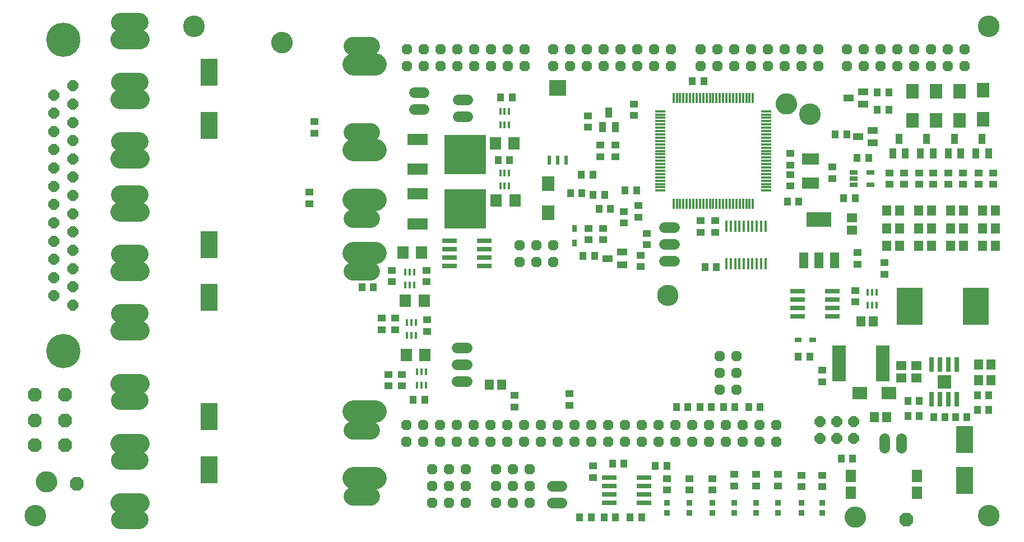
<source format=gts>
G75*
G70*
%OFA0B0*%
%FSLAX24Y24*%
%IPPOS*%
%LPD*%
%AMOC8*
5,1,8,0,0,1.08239X$1,22.5*
%
%ADD10C,0.1290*%
%ADD11R,0.0591X0.0434*%
%ADD12R,0.0473X0.0434*%
%ADD13R,0.0434X0.0473*%
%ADD14R,0.1221X0.0670*%
%ADD15R,0.2481X0.2323*%
%ADD16R,0.0178X0.0394*%
%ADD17R,0.0749X0.0867*%
%ADD18R,0.0906X0.0276*%
%ADD19R,0.0276X0.0434*%
%ADD20R,0.0434X0.0276*%
%ADD21R,0.0638X0.0741*%
%ADD22R,0.0552X0.0631*%
%ADD23R,0.0434X0.0591*%
%ADD24R,0.0240X0.0540*%
%ADD25R,0.1040X0.0940*%
%ADD26R,0.0520X0.0920*%
%ADD27R,0.1457X0.0906*%
%ADD28R,0.0631X0.0552*%
%ADD29OC8,0.0631*%
%ADD30C,0.0631*%
%ADD31R,0.0158X0.0670*%
%ADD32R,0.0827X0.2127*%
%ADD33R,0.0158X0.0631*%
%ADD34R,0.0631X0.0158*%
%ADD35C,0.1339*%
%ADD36C,0.1182*%
%ADD37C,0.1103*%
%ADD38C,0.1142*%
%ADD39R,0.0355X0.0355*%
%ADD40OC8,0.0640*%
%ADD41C,0.2040*%
%ADD42R,0.0670X0.0750*%
%ADD43OC8,0.0650*%
%ADD44R,0.0985X0.0709*%
%ADD45OC8,0.0827*%
%ADD46C,0.0860*%
%ADD47C,0.0440*%
%ADD48R,0.1024X0.1615*%
%ADD49R,0.0276X0.0906*%
%ADD50R,0.0840X0.0840*%
%ADD51R,0.0867X0.0749*%
%ADD52R,0.1556X0.2205*%
%ADD53R,0.0512X0.0257*%
D10*
X001360Y001480D03*
X047430Y025400D03*
X058050Y030610D03*
X010810Y030610D03*
X058050Y001480D03*
D11*
X036263Y016426D03*
X036263Y017174D03*
X035397Y016800D03*
X050297Y024050D03*
X051163Y023676D03*
X051163Y024424D03*
X050613Y025976D03*
X050613Y026724D03*
X049747Y026350D03*
D12*
X046280Y023035D03*
X046280Y022365D03*
X046280Y021785D03*
X046280Y021115D03*
X048780Y021565D03*
X048780Y022235D03*
X052180Y021885D03*
X052180Y021215D03*
X053030Y021215D03*
X053930Y021215D03*
X053930Y021885D03*
X053030Y021885D03*
X054780Y021885D03*
X055680Y021885D03*
X055680Y021215D03*
X054780Y021215D03*
X056530Y021215D03*
X057480Y021215D03*
X057480Y021885D03*
X056530Y021885D03*
X058330Y021885D03*
X058330Y021215D03*
X050280Y017135D03*
X050280Y016465D03*
X051880Y016535D03*
X051880Y015865D03*
X050130Y014885D03*
X050130Y014215D03*
X048180Y010135D03*
X048180Y009465D03*
X048180Y003885D03*
X048180Y003215D03*
X046930Y003215D03*
X046930Y003885D03*
X045530Y003935D03*
X045530Y003265D03*
X044230Y003265D03*
X044230Y003935D03*
X042930Y003935D03*
X042930Y003265D03*
X041630Y003015D03*
X041630Y003685D03*
X040280Y003685D03*
X040280Y003015D03*
X038930Y003015D03*
X038930Y003685D03*
X034530Y003765D03*
X034530Y004435D03*
X029880Y007965D03*
X029880Y008635D03*
X033130Y008735D03*
X033130Y008065D03*
X024680Y012465D03*
X024680Y013135D03*
X022780Y013235D03*
X022780Y012565D03*
X021980Y012565D03*
X021980Y013235D03*
X022580Y015415D03*
X022580Y016085D03*
X024630Y016085D03*
X024630Y015415D03*
X017680Y020065D03*
X017680Y020735D03*
X017980Y024265D03*
X017980Y024935D03*
X034230Y024615D03*
X034230Y025285D03*
X034980Y023535D03*
X034980Y022865D03*
X035880Y022865D03*
X035880Y023535D03*
X036980Y025315D03*
X036980Y025985D03*
X037230Y019935D03*
X036380Y019585D03*
X037230Y019265D03*
X036380Y018915D03*
X035130Y018585D03*
X034280Y018585D03*
X034280Y017915D03*
X035130Y017915D03*
X037380Y016985D03*
X037730Y017615D03*
X037730Y018285D03*
X040930Y018365D03*
X040930Y019035D03*
X041805Y019035D03*
X041805Y018365D03*
X037380Y016315D03*
X023180Y009885D03*
X023180Y009215D03*
X022380Y009215D03*
X022380Y009885D03*
D13*
X023845Y008400D03*
X024515Y008400D03*
X035695Y004600D03*
X036365Y004600D03*
X038245Y004450D03*
X038915Y004450D03*
X037415Y001400D03*
X036745Y001400D03*
X035865Y001400D03*
X035195Y001400D03*
X034415Y001400D03*
X033745Y001400D03*
X039495Y007950D03*
X040165Y007950D03*
X040895Y007950D03*
X041565Y007950D03*
X042295Y007950D03*
X042965Y007950D03*
X043795Y007950D03*
X044465Y007950D03*
X049295Y004900D03*
X049965Y004900D03*
X053270Y007425D03*
X053940Y007425D03*
X054795Y007350D03*
X055465Y007350D03*
X056095Y007350D03*
X056765Y007350D03*
X057395Y007800D03*
X058065Y007800D03*
X058065Y008650D03*
X057395Y008650D03*
X053940Y008325D03*
X053270Y008325D03*
X047415Y010950D03*
X046745Y010950D03*
X041865Y016300D03*
X041195Y016300D03*
X035565Y019750D03*
X034895Y019750D03*
X035215Y020600D03*
X034545Y020600D03*
X033865Y020700D03*
X033195Y020700D03*
X033845Y021800D03*
X034515Y021800D03*
X036445Y020850D03*
X037115Y020850D03*
X034615Y016950D03*
X033945Y016950D03*
X029565Y022650D03*
X028895Y022650D03*
X029045Y026400D03*
X029715Y026400D03*
X040445Y027350D03*
X041115Y027350D03*
X048945Y024200D03*
X049615Y024200D03*
X050245Y022800D03*
X050915Y022800D03*
X050115Y020400D03*
X049445Y020400D03*
X046765Y020200D03*
X046095Y020200D03*
X051445Y025650D03*
X052115Y025650D03*
X052115Y026700D03*
X051445Y026700D03*
X021465Y015100D03*
X020795Y015100D03*
D14*
X024089Y018852D03*
X024089Y020648D03*
X024089Y022102D03*
X024089Y023898D03*
D15*
X026916Y023000D03*
X026916Y019750D03*
D16*
X029024Y021106D03*
X029280Y021106D03*
X029536Y021106D03*
X029536Y021894D03*
X029280Y021894D03*
X029024Y021894D03*
X029024Y024756D03*
X029280Y024756D03*
X029536Y024756D03*
X029536Y025544D03*
X029280Y025544D03*
X029024Y025544D03*
X023886Y015994D03*
X023630Y015994D03*
X023374Y015994D03*
X023374Y015206D03*
X023630Y015206D03*
X023886Y015206D03*
X023986Y012994D03*
X023730Y012994D03*
X023474Y012994D03*
X023474Y012206D03*
X023730Y012206D03*
X023986Y012206D03*
X024074Y010044D03*
X024330Y010044D03*
X024586Y010044D03*
X024586Y009256D03*
X024330Y009256D03*
X024074Y009256D03*
X050874Y014006D03*
X051130Y014006D03*
X051386Y014006D03*
X051386Y014794D03*
X051130Y014794D03*
X050874Y014794D03*
D17*
X053530Y025034D03*
X054930Y025034D03*
X056330Y025034D03*
X057730Y025084D03*
X057730Y026816D03*
X056330Y026766D03*
X054930Y026766D03*
X053530Y026766D03*
X031880Y021266D03*
X031880Y019534D03*
D18*
X028054Y017850D03*
X028054Y017350D03*
X028054Y016850D03*
X028054Y016350D03*
X026006Y016350D03*
X026006Y016850D03*
X026006Y017350D03*
X026006Y017850D03*
X046706Y014850D03*
X046706Y014350D03*
X046706Y013850D03*
X046706Y013350D03*
X048754Y013350D03*
X048754Y013850D03*
X048754Y014350D03*
X048754Y014850D03*
X037554Y003750D03*
X037554Y003250D03*
X037554Y002750D03*
X037554Y002250D03*
X035506Y002250D03*
X035506Y002750D03*
X035506Y003250D03*
X035506Y003750D03*
D19*
X033430Y017717D03*
X033430Y018583D03*
D20*
X046747Y011950D03*
X047613Y011950D03*
D21*
X049850Y003850D03*
X049850Y002850D03*
X053810Y002850D03*
X053810Y003850D03*
D22*
X052004Y007350D03*
X051256Y007350D03*
X057456Y009550D03*
X058204Y009550D03*
X058204Y010500D03*
X057456Y010500D03*
X051204Y013050D03*
X050456Y013050D03*
X052006Y017550D03*
X052754Y017550D03*
X053906Y017550D03*
X054654Y017550D03*
X055806Y017550D03*
X056554Y017550D03*
X057706Y017550D03*
X058454Y017550D03*
X058454Y018600D03*
X057706Y018600D03*
X056554Y018600D03*
X055806Y018600D03*
X054654Y018600D03*
X053906Y018600D03*
X052754Y018600D03*
X052006Y018600D03*
X052006Y019650D03*
X052754Y019650D03*
X053906Y019650D03*
X054654Y019650D03*
X055806Y019650D03*
X056554Y019650D03*
X057706Y019650D03*
X058454Y019650D03*
X029104Y009300D03*
X028356Y009300D03*
D23*
X052356Y023067D03*
X053104Y023067D03*
X054006Y023067D03*
X054754Y023067D03*
X055656Y023067D03*
X056404Y023067D03*
X057306Y023067D03*
X058054Y023067D03*
X057680Y023933D03*
X056030Y023933D03*
X054380Y023933D03*
X052730Y023933D03*
X035854Y024617D03*
X035106Y024617D03*
X035480Y025483D03*
D24*
X032930Y022650D03*
X032430Y022650D03*
X031930Y022650D03*
D25*
X032430Y026950D03*
D26*
X047070Y016680D03*
X047980Y016680D03*
X048890Y016680D03*
D27*
X047980Y019120D03*
D28*
X049930Y019224D03*
X049930Y018476D03*
X052880Y010424D03*
X053780Y010424D03*
X053780Y009676D03*
X052880Y009676D03*
D29*
X045430Y006900D03*
X044430Y006900D03*
X043430Y006900D03*
X042430Y006900D03*
X041430Y006900D03*
X040430Y006900D03*
X039430Y006900D03*
X038430Y006900D03*
X037430Y006900D03*
X036430Y006900D03*
X035430Y006900D03*
X034430Y006900D03*
X033430Y006900D03*
X032430Y006900D03*
X031430Y006900D03*
X030430Y006900D03*
X029430Y006900D03*
X028430Y006900D03*
X027430Y006900D03*
X026430Y006900D03*
X025430Y006900D03*
X024430Y006900D03*
X023430Y006900D03*
X023430Y005900D03*
X024430Y005900D03*
X025430Y005900D03*
X026430Y005900D03*
X027430Y005900D03*
X028430Y005900D03*
X029430Y005900D03*
X030430Y005900D03*
X031430Y005900D03*
X032430Y005900D03*
X033430Y005900D03*
X034430Y005900D03*
X035430Y005900D03*
X036430Y005900D03*
X037430Y005900D03*
X038430Y005900D03*
X039430Y005900D03*
X040430Y005900D03*
X041430Y005900D03*
X042430Y005900D03*
X043430Y005900D03*
X044430Y005900D03*
X045430Y005900D03*
X043080Y009000D03*
X042080Y009000D03*
X042080Y010000D03*
X043080Y010000D03*
X043080Y011000D03*
X042080Y011000D03*
X032180Y016600D03*
X031180Y016600D03*
X030180Y016600D03*
X030180Y017600D03*
X031180Y017600D03*
X032180Y017600D03*
X032180Y028250D03*
X033180Y028250D03*
X034180Y028250D03*
X035180Y028250D03*
X036180Y028250D03*
X037180Y028250D03*
X038180Y028250D03*
X039180Y028250D03*
X039180Y029250D03*
X038180Y029250D03*
X037180Y029250D03*
X036180Y029250D03*
X035180Y029250D03*
X034180Y029250D03*
X033180Y029250D03*
X032180Y029250D03*
X030480Y029250D03*
X029480Y029250D03*
X028480Y029250D03*
X027480Y029250D03*
X026480Y029250D03*
X025480Y029250D03*
X024480Y029250D03*
X023480Y029250D03*
X023480Y028250D03*
X024480Y028250D03*
X025480Y028250D03*
X026480Y028250D03*
X027480Y028250D03*
X028480Y028250D03*
X029480Y028250D03*
X030480Y028250D03*
X040930Y028250D03*
X041930Y028250D03*
X042930Y028250D03*
X043930Y028250D03*
X044930Y028250D03*
X045930Y028250D03*
X046930Y028250D03*
X047930Y028250D03*
X047930Y029250D03*
X046930Y029250D03*
X045930Y029250D03*
X044930Y029250D03*
X043930Y029250D03*
X042930Y029250D03*
X041930Y029250D03*
X040930Y029250D03*
X049630Y029250D03*
X050630Y029250D03*
X051630Y029250D03*
X052630Y029250D03*
X053630Y029250D03*
X054630Y029250D03*
X055630Y029250D03*
X056630Y029250D03*
X056630Y028250D03*
X055630Y028250D03*
X054630Y028250D03*
X053630Y028250D03*
X052630Y028250D03*
X051630Y028250D03*
X050630Y028250D03*
X049630Y028250D03*
X030780Y004250D03*
X029780Y004250D03*
X028780Y004250D03*
X028780Y003250D03*
X029780Y003250D03*
X030780Y003250D03*
X030780Y002250D03*
X029780Y002250D03*
X028780Y002250D03*
X026980Y002250D03*
X025980Y002250D03*
X024980Y002250D03*
X024980Y003250D03*
X025980Y003250D03*
X026980Y003250D03*
X026980Y004250D03*
X025980Y004250D03*
X024980Y004250D03*
D30*
X032085Y003250D02*
X032675Y003250D01*
X032675Y002250D02*
X032085Y002250D01*
X027025Y009480D02*
X026435Y009480D01*
X026435Y010480D02*
X027025Y010480D01*
X027025Y011480D02*
X026435Y011480D01*
X038775Y016660D02*
X039365Y016660D01*
X039365Y017660D02*
X038775Y017660D01*
X038775Y018660D02*
X039365Y018660D01*
X027075Y025250D02*
X026485Y025250D01*
X026485Y026250D02*
X027075Y026250D01*
X024475Y026700D02*
X023885Y026700D01*
X023885Y025700D02*
X024475Y025700D01*
X051880Y006095D02*
X051880Y005505D01*
X052880Y005505D02*
X052880Y006095D01*
D31*
X044782Y016498D03*
X044526Y016498D03*
X044270Y016498D03*
X044014Y016498D03*
X043758Y016498D03*
X043502Y016498D03*
X043246Y016498D03*
X042990Y016498D03*
X042734Y016498D03*
X042478Y016498D03*
X042478Y018702D03*
X042734Y018702D03*
X042990Y018702D03*
X043246Y018702D03*
X043502Y018702D03*
X043758Y018702D03*
X044014Y018702D03*
X044270Y018702D03*
X044526Y018702D03*
X044782Y018702D03*
D32*
X049181Y010550D03*
X051779Y010550D03*
D33*
X044042Y020050D03*
X043845Y020050D03*
X043649Y020050D03*
X043452Y020050D03*
X043255Y020050D03*
X043058Y020050D03*
X042861Y020050D03*
X042664Y020050D03*
X042467Y020050D03*
X042271Y020050D03*
X042074Y020050D03*
X041877Y020050D03*
X041680Y020050D03*
X041483Y020050D03*
X041286Y020050D03*
X041089Y020050D03*
X040893Y020050D03*
X040696Y020050D03*
X040499Y020050D03*
X040302Y020050D03*
X040105Y020050D03*
X039908Y020050D03*
X039711Y020050D03*
X039515Y020050D03*
X039318Y020050D03*
X039318Y026350D03*
X039515Y026350D03*
X039711Y026350D03*
X039908Y026350D03*
X040105Y026350D03*
X040302Y026350D03*
X040499Y026350D03*
X040696Y026350D03*
X040893Y026350D03*
X041089Y026350D03*
X041286Y026350D03*
X041483Y026350D03*
X041680Y026350D03*
X041877Y026350D03*
X042074Y026350D03*
X042271Y026350D03*
X042467Y026350D03*
X042664Y026350D03*
X042861Y026350D03*
X043058Y026350D03*
X043255Y026350D03*
X043452Y026350D03*
X043649Y026350D03*
X043845Y026350D03*
X044042Y026350D03*
D34*
X044830Y025562D03*
X044830Y025365D03*
X044830Y025169D03*
X044830Y024972D03*
X044830Y024775D03*
X044830Y024578D03*
X044830Y024381D03*
X044830Y024184D03*
X044830Y023987D03*
X044830Y023791D03*
X044830Y023594D03*
X044830Y023397D03*
X044830Y023200D03*
X044830Y023003D03*
X044830Y022806D03*
X044830Y022609D03*
X044830Y022413D03*
X044830Y022216D03*
X044830Y022019D03*
X044830Y021822D03*
X044830Y021625D03*
X044830Y021428D03*
X044830Y021231D03*
X044830Y021035D03*
X044830Y020838D03*
X038530Y020838D03*
X038530Y021035D03*
X038530Y021231D03*
X038530Y021428D03*
X038530Y021625D03*
X038530Y021822D03*
X038530Y022019D03*
X038530Y022216D03*
X038530Y022413D03*
X038530Y022609D03*
X038530Y022806D03*
X038530Y023003D03*
X038530Y023200D03*
X038530Y023397D03*
X038530Y023594D03*
X038530Y023791D03*
X038530Y023987D03*
X038530Y024184D03*
X038530Y024381D03*
X038530Y024578D03*
X038530Y024775D03*
X038530Y024972D03*
X038530Y025169D03*
X038530Y025365D03*
X038530Y025562D03*
D35*
X021606Y023249D02*
X020307Y023249D01*
X020307Y020282D02*
X021606Y020282D01*
X021606Y017133D02*
X020307Y017133D01*
X020307Y007670D02*
X021606Y007670D01*
X021606Y003733D02*
X020307Y003733D01*
X020307Y028367D02*
X021606Y028367D01*
D36*
X007551Y029843D02*
X006409Y029843D01*
X006409Y026300D02*
X007551Y026300D01*
X007551Y022757D02*
X006409Y022757D01*
X006409Y019593D02*
X007551Y019593D01*
X007551Y016050D02*
X006409Y016050D01*
X006409Y012507D02*
X007551Y012507D01*
X007551Y009343D02*
X006409Y009343D01*
X006409Y005800D02*
X007551Y005800D01*
X007551Y002257D02*
X006409Y002257D01*
D37*
X020228Y002650D02*
X021291Y002650D01*
X021291Y006587D02*
X020228Y006587D01*
X020228Y016050D02*
X021291Y016050D01*
X021291Y019200D02*
X020228Y019200D01*
X020228Y024331D02*
X021291Y024331D01*
X021291Y029450D02*
X020228Y029450D01*
D38*
X007531Y030843D02*
X006429Y030843D01*
X006429Y027300D02*
X007531Y027300D01*
X007531Y023757D02*
X006429Y023757D01*
X006429Y020593D02*
X007531Y020593D01*
X007531Y017050D02*
X006429Y017050D01*
X006429Y013507D02*
X007531Y013507D01*
X007531Y008343D02*
X006429Y008343D01*
X006429Y004800D02*
X007531Y004800D01*
X007531Y001257D02*
X006429Y001257D01*
D39*
X038930Y001655D03*
X038930Y002245D03*
X040280Y002245D03*
X040280Y001655D03*
X041630Y001655D03*
X041630Y002245D03*
X042930Y002245D03*
X042930Y001655D03*
X044230Y001655D03*
X044230Y002245D03*
X045530Y002245D03*
X045530Y001655D03*
X046930Y001655D03*
X046930Y002245D03*
X048180Y002245D03*
X048180Y001655D03*
D40*
X003590Y014030D03*
X002470Y014570D03*
X003590Y015120D03*
X002470Y015660D03*
X003590Y016200D03*
X002470Y016750D03*
X003590Y017290D03*
X002470Y017830D03*
X003590Y018380D03*
X002470Y018920D03*
X003590Y019460D03*
X002470Y020010D03*
X003590Y020550D03*
X002470Y021090D03*
X003590Y021640D03*
X002470Y022180D03*
X003590Y022720D03*
X002470Y023270D03*
X003590Y023810D03*
X002470Y024350D03*
X003590Y024900D03*
X002470Y025440D03*
X003590Y025980D03*
X002470Y026530D03*
X003590Y027070D03*
D41*
X003030Y029810D03*
X003030Y011290D03*
D42*
X023420Y011050D03*
X024540Y011050D03*
X024490Y014300D03*
X023370Y014300D03*
X023220Y017150D03*
X024340Y017150D03*
X028770Y020250D03*
X029890Y020250D03*
X029840Y023650D03*
X028720Y023650D03*
D43*
X048030Y007100D03*
X049030Y007100D03*
X050030Y007100D03*
X050030Y006100D03*
X049030Y006100D03*
X048030Y006100D03*
D44*
X047480Y021272D03*
X047480Y022728D03*
D45*
X053180Y001250D03*
X003830Y003400D03*
X003130Y005700D03*
X001330Y005700D03*
X001330Y007150D03*
X003130Y007150D03*
X003130Y008700D03*
X001330Y008700D03*
D46*
X001833Y003500D02*
X001835Y003527D01*
X001841Y003554D01*
X001850Y003580D01*
X001863Y003604D01*
X001879Y003627D01*
X001898Y003646D01*
X001920Y003663D01*
X001944Y003677D01*
X001969Y003687D01*
X001996Y003694D01*
X002023Y003697D01*
X002051Y003696D01*
X002078Y003691D01*
X002104Y003683D01*
X002128Y003671D01*
X002151Y003655D01*
X002172Y003637D01*
X002189Y003616D01*
X002204Y003592D01*
X002215Y003567D01*
X002223Y003541D01*
X002227Y003514D01*
X002227Y003486D01*
X002223Y003459D01*
X002215Y003433D01*
X002204Y003408D01*
X002189Y003384D01*
X002172Y003363D01*
X002151Y003345D01*
X002129Y003329D01*
X002104Y003317D01*
X002078Y003309D01*
X002051Y003304D01*
X002023Y003303D01*
X001996Y003306D01*
X001969Y003313D01*
X001944Y003323D01*
X001920Y003337D01*
X001898Y003354D01*
X001879Y003373D01*
X001863Y003396D01*
X001850Y003420D01*
X001841Y003446D01*
X001835Y003473D01*
X001833Y003500D01*
X038783Y014600D02*
X038785Y014627D01*
X038791Y014654D01*
X038800Y014680D01*
X038813Y014704D01*
X038829Y014727D01*
X038848Y014746D01*
X038870Y014763D01*
X038894Y014777D01*
X038919Y014787D01*
X038946Y014794D01*
X038973Y014797D01*
X039001Y014796D01*
X039028Y014791D01*
X039054Y014783D01*
X039078Y014771D01*
X039101Y014755D01*
X039122Y014737D01*
X039139Y014716D01*
X039154Y014692D01*
X039165Y014667D01*
X039173Y014641D01*
X039177Y014614D01*
X039177Y014586D01*
X039173Y014559D01*
X039165Y014533D01*
X039154Y014508D01*
X039139Y014484D01*
X039122Y014463D01*
X039101Y014445D01*
X039079Y014429D01*
X039054Y014417D01*
X039028Y014409D01*
X039001Y014404D01*
X038973Y014403D01*
X038946Y014406D01*
X038919Y014413D01*
X038894Y014423D01*
X038870Y014437D01*
X038848Y014454D01*
X038829Y014473D01*
X038813Y014496D01*
X038800Y014520D01*
X038791Y014546D01*
X038785Y014573D01*
X038783Y014600D01*
X045833Y026000D02*
X045835Y026027D01*
X045841Y026054D01*
X045850Y026080D01*
X045863Y026104D01*
X045879Y026127D01*
X045898Y026146D01*
X045920Y026163D01*
X045944Y026177D01*
X045969Y026187D01*
X045996Y026194D01*
X046023Y026197D01*
X046051Y026196D01*
X046078Y026191D01*
X046104Y026183D01*
X046128Y026171D01*
X046151Y026155D01*
X046172Y026137D01*
X046189Y026116D01*
X046204Y026092D01*
X046215Y026067D01*
X046223Y026041D01*
X046227Y026014D01*
X046227Y025986D01*
X046223Y025959D01*
X046215Y025933D01*
X046204Y025908D01*
X046189Y025884D01*
X046172Y025863D01*
X046151Y025845D01*
X046129Y025829D01*
X046104Y025817D01*
X046078Y025809D01*
X046051Y025804D01*
X046023Y025803D01*
X045996Y025806D01*
X045969Y025813D01*
X045944Y025823D01*
X045920Y025837D01*
X045898Y025854D01*
X045879Y025873D01*
X045863Y025896D01*
X045850Y025920D01*
X045841Y025946D01*
X045835Y025973D01*
X045833Y026000D01*
X015833Y029650D02*
X015835Y029677D01*
X015841Y029704D01*
X015850Y029730D01*
X015863Y029754D01*
X015879Y029777D01*
X015898Y029796D01*
X015920Y029813D01*
X015944Y029827D01*
X015969Y029837D01*
X015996Y029844D01*
X016023Y029847D01*
X016051Y029846D01*
X016078Y029841D01*
X016104Y029833D01*
X016128Y029821D01*
X016151Y029805D01*
X016172Y029787D01*
X016189Y029766D01*
X016204Y029742D01*
X016215Y029717D01*
X016223Y029691D01*
X016227Y029664D01*
X016227Y029636D01*
X016223Y029609D01*
X016215Y029583D01*
X016204Y029558D01*
X016189Y029534D01*
X016172Y029513D01*
X016151Y029495D01*
X016129Y029479D01*
X016104Y029467D01*
X016078Y029459D01*
X016051Y029454D01*
X016023Y029453D01*
X015996Y029456D01*
X015969Y029463D01*
X015944Y029473D01*
X015920Y029487D01*
X015898Y029504D01*
X015879Y029523D01*
X015863Y029546D01*
X015850Y029570D01*
X015841Y029596D01*
X015835Y029623D01*
X015833Y029650D01*
X049933Y001400D02*
X049935Y001427D01*
X049941Y001454D01*
X049950Y001480D01*
X049963Y001504D01*
X049979Y001527D01*
X049998Y001546D01*
X050020Y001563D01*
X050044Y001577D01*
X050069Y001587D01*
X050096Y001594D01*
X050123Y001597D01*
X050151Y001596D01*
X050178Y001591D01*
X050204Y001583D01*
X050228Y001571D01*
X050251Y001555D01*
X050272Y001537D01*
X050289Y001516D01*
X050304Y001492D01*
X050315Y001467D01*
X050323Y001441D01*
X050327Y001414D01*
X050327Y001386D01*
X050323Y001359D01*
X050315Y001333D01*
X050304Y001308D01*
X050289Y001284D01*
X050272Y001263D01*
X050251Y001245D01*
X050229Y001229D01*
X050204Y001217D01*
X050178Y001209D01*
X050151Y001204D01*
X050123Y001203D01*
X050096Y001206D01*
X050069Y001213D01*
X050044Y001223D01*
X050020Y001237D01*
X049998Y001254D01*
X049979Y001273D01*
X049963Y001296D01*
X049950Y001320D01*
X049941Y001346D01*
X049935Y001373D01*
X049933Y001400D01*
D47*
X050130Y001400D03*
X038980Y014600D03*
X046030Y026000D03*
X016030Y029650D03*
X002030Y003500D03*
D48*
X011704Y004225D03*
X011704Y007375D03*
X011704Y014475D03*
X011704Y017625D03*
X011704Y024725D03*
X011704Y027875D03*
X056630Y006001D03*
X056630Y003599D03*
D49*
X056180Y008426D03*
X055680Y008426D03*
X055180Y008426D03*
X054680Y008426D03*
X054680Y010474D03*
X055180Y010474D03*
X055680Y010474D03*
X056180Y010474D03*
D50*
X055430Y009450D03*
D51*
X052146Y008800D03*
X050414Y008800D03*
D52*
X053371Y013950D03*
X057289Y013950D03*
D53*
X051042Y021176D03*
X050018Y021176D03*
X050018Y021550D03*
X050018Y021924D03*
X051042Y021924D03*
M02*

</source>
